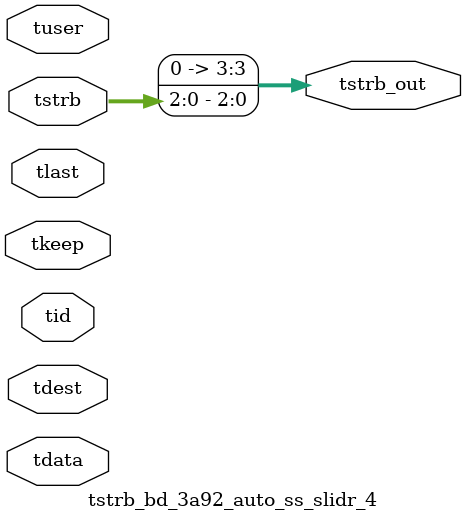
<source format=v>


`timescale 1ps/1ps

module tstrb_bd_3a92_auto_ss_slidr_4 #
(
parameter C_S_AXIS_TDATA_WIDTH = 32,
parameter C_S_AXIS_TUSER_WIDTH = 0,
parameter C_S_AXIS_TID_WIDTH   = 0,
parameter C_S_AXIS_TDEST_WIDTH = 0,
parameter C_M_AXIS_TDATA_WIDTH = 32
)
(
input  [(C_S_AXIS_TDATA_WIDTH == 0 ? 1 : C_S_AXIS_TDATA_WIDTH)-1:0     ] tdata,
input  [(C_S_AXIS_TUSER_WIDTH == 0 ? 1 : C_S_AXIS_TUSER_WIDTH)-1:0     ] tuser,
input  [(C_S_AXIS_TID_WIDTH   == 0 ? 1 : C_S_AXIS_TID_WIDTH)-1:0       ] tid,
input  [(C_S_AXIS_TDEST_WIDTH == 0 ? 1 : C_S_AXIS_TDEST_WIDTH)-1:0     ] tdest,
input  [(C_S_AXIS_TDATA_WIDTH/8)-1:0 ] tkeep,
input  [(C_S_AXIS_TDATA_WIDTH/8)-1:0 ] tstrb,
input                                                                    tlast,
output [(C_M_AXIS_TDATA_WIDTH/8)-1:0 ] tstrb_out
);

assign tstrb_out = {tstrb[2:0]};

endmodule


</source>
